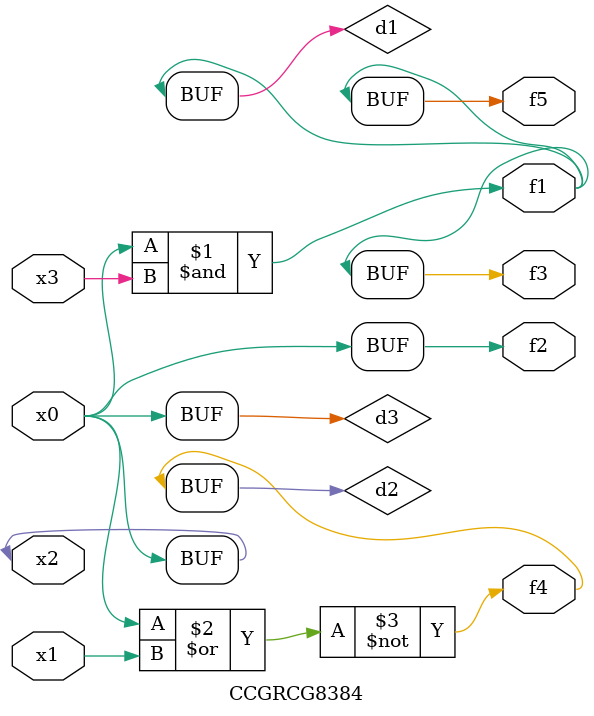
<source format=v>
module CCGRCG8384(
	input x0, x1, x2, x3,
	output f1, f2, f3, f4, f5
);

	wire d1, d2, d3;

	and (d1, x2, x3);
	nor (d2, x0, x1);
	buf (d3, x0, x2);
	assign f1 = d1;
	assign f2 = d3;
	assign f3 = d1;
	assign f4 = d2;
	assign f5 = d1;
endmodule

</source>
